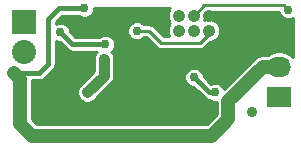
<source format=gbl>
%FSLAX46Y46*%
G04 Gerber Fmt 4.6, Leading zero omitted, Abs format (unit mm)*
G04 Created by KiCad (PCBNEW (2014-08-05 BZR 5054)-product) date 06/11/2014 16:14:12*
%MOMM*%
G01*
G04 APERTURE LIST*
%ADD10C,0.100000*%
%ADD11R,2.032000X1.727200*%
%ADD12O,2.032000X1.727200*%
%ADD13C,1.066800*%
%ADD14R,2.032000X2.032000*%
%ADD15O,2.032000X2.032000*%
%ADD16C,0.889000*%
%ADD17C,0.762000*%
%ADD18C,1.143000*%
%ADD19C,0.381000*%
%ADD20C,0.635000*%
%ADD21C,0.254000*%
%ADD22C,0.889000*%
G04 APERTURE END LIST*
D10*
D11*
X167640000Y-104140000D03*
D12*
X167640000Y-101600000D03*
X167640000Y-99060000D03*
D13*
X159131000Y-98552000D03*
X159131000Y-97282000D03*
X160401000Y-98552000D03*
X160401000Y-97282000D03*
X161671000Y-98552000D03*
X161671000Y-97282000D03*
D14*
X146050000Y-97790000D03*
D15*
X146050000Y-100330000D03*
D16*
X165354000Y-105410000D03*
X145161000Y-102108000D03*
D17*
X151130000Y-96647000D03*
X159639000Y-104013000D03*
X161671000Y-105791000D03*
X160655000Y-105918000D03*
X151003000Y-106172000D03*
X151003000Y-105156000D03*
X147955000Y-106172000D03*
X148082000Y-105283000D03*
X160909000Y-101473000D03*
X164592000Y-98552000D03*
X155575000Y-98552000D03*
X168402000Y-96774000D03*
X162179000Y-103759000D03*
X160401000Y-102489000D03*
D16*
X151384000Y-103759000D03*
X152781000Y-100965000D03*
D17*
X149098000Y-98679000D03*
X152908000Y-99695000D03*
D18*
X145669000Y-102616000D02*
X145161000Y-102108000D01*
X145669000Y-106426000D02*
X145669000Y-102616000D01*
X146685000Y-107442000D02*
X145669000Y-106426000D01*
X161925000Y-107442000D02*
X146685000Y-107442000D01*
X163322000Y-106045000D02*
X161925000Y-107442000D01*
X163322000Y-104521000D02*
X163322000Y-106045000D01*
X166243000Y-101600000D02*
X163322000Y-104521000D01*
X167640000Y-101600000D02*
X166243000Y-101600000D01*
D19*
X151130000Y-96647000D02*
X148971000Y-96647000D01*
X148971000Y-96647000D02*
X148082000Y-97536000D01*
X148082000Y-97536000D02*
X148082000Y-101346000D01*
X148082000Y-101346000D02*
X147320000Y-102108000D01*
X147320000Y-102108000D02*
X145161000Y-102108000D01*
D20*
X151003000Y-106172000D02*
X151003000Y-105156000D01*
X147955000Y-106172000D02*
X148082000Y-106045000D01*
X148082000Y-106045000D02*
X148082000Y-105283000D01*
D21*
X156591000Y-98552000D02*
X155575000Y-98552000D01*
X157607000Y-99568000D02*
X156591000Y-98552000D01*
X160909000Y-99568000D02*
X157607000Y-99568000D01*
X161671000Y-98806000D02*
X160909000Y-99568000D01*
X161671000Y-98552000D02*
X161671000Y-98806000D01*
X168402000Y-96774000D02*
X168021000Y-96393000D01*
X168021000Y-96393000D02*
X161290000Y-96393000D01*
X161290000Y-96393000D02*
X160401000Y-97282000D01*
D19*
X161163000Y-103251000D02*
X160401000Y-102489000D01*
X161163000Y-103251000D02*
X161417000Y-103505000D01*
X161671000Y-103759000D02*
X162179000Y-103759000D01*
X161417000Y-103505000D02*
X161671000Y-103759000D01*
D22*
X152781000Y-101854000D02*
X152781000Y-100965000D01*
X152781000Y-102362000D02*
X151384000Y-103759000D01*
X152781000Y-101854000D02*
X152781000Y-102362000D01*
D19*
X149098000Y-98679000D02*
X150114000Y-99695000D01*
X150114000Y-99695000D02*
X152908000Y-99695000D01*
D21*
G36*
X168783000Y-100753231D02*
X168736750Y-100684014D01*
X168316492Y-100403206D01*
X167820764Y-100304600D01*
X167459236Y-100304600D01*
X166963508Y-100403206D01*
X166673924Y-100596700D01*
X166243000Y-100596700D01*
X165859054Y-100673072D01*
X165533560Y-100890560D01*
X162943448Y-103480671D01*
X162868460Y-103299187D01*
X162640016Y-103070343D01*
X162341385Y-102946341D01*
X162018033Y-102946059D01*
X161819964Y-103027899D01*
X161603033Y-102810968D01*
X161603033Y-102810967D01*
X161603029Y-102810964D01*
X161213859Y-102421793D01*
X161213941Y-102328033D01*
X161090460Y-102029187D01*
X160862016Y-101800343D01*
X160563385Y-101676341D01*
X160240033Y-101676059D01*
X159941187Y-101799540D01*
X159712343Y-102027984D01*
X159588341Y-102326615D01*
X159588059Y-102649967D01*
X159711540Y-102948813D01*
X159939984Y-103177657D01*
X160238615Y-103301659D01*
X160333676Y-103301741D01*
X160722964Y-103691029D01*
X160722967Y-103691033D01*
X160722968Y-103691033D01*
X160976964Y-103945029D01*
X160976967Y-103945033D01*
X161230964Y-104199029D01*
X161230967Y-104199033D01*
X161432856Y-104333930D01*
X161646971Y-104376520D01*
X161717984Y-104447657D01*
X162016615Y-104571659D01*
X162318700Y-104571922D01*
X162318700Y-105629420D01*
X161509420Y-106438700D01*
X147100580Y-106438700D01*
X146672300Y-106010420D01*
X146672300Y-102730300D01*
X147319994Y-102730300D01*
X147320000Y-102730301D01*
X147320000Y-102730300D01*
X147558144Y-102682930D01*
X147760033Y-102548033D01*
X148522029Y-101786035D01*
X148522033Y-101786033D01*
X148522033Y-101786032D01*
X148656930Y-101584144D01*
X148656930Y-101584143D01*
X148664789Y-101544632D01*
X148704300Y-101346000D01*
X148704301Y-101346000D01*
X148704300Y-101345994D01*
X148704300Y-99395608D01*
X148935615Y-99491659D01*
X149030675Y-99491741D01*
X149673967Y-100135033D01*
X149875856Y-100269930D01*
X150114000Y-100317301D01*
X150114000Y-100317300D01*
X150114005Y-100317300D01*
X152189473Y-100317300D01*
X152161362Y-100345361D01*
X152161362Y-100345362D01*
X152161361Y-100345362D01*
X152038542Y-100467968D01*
X151904852Y-100789928D01*
X151904548Y-101138542D01*
X151904700Y-101138909D01*
X151904700Y-101854000D01*
X151904700Y-101999024D01*
X150764362Y-103139362D01*
X150764361Y-103139362D01*
X150641542Y-103261968D01*
X150507852Y-103583928D01*
X150507548Y-103932542D01*
X150574403Y-104094345D01*
X150574404Y-104094346D01*
X150640676Y-104254736D01*
X150764361Y-104378637D01*
X150764362Y-104378638D01*
X150886968Y-104501458D01*
X151048654Y-104568596D01*
X151208928Y-104635148D01*
X151384000Y-104635300D01*
X151557542Y-104635452D01*
X151719345Y-104568596D01*
X151719346Y-104568596D01*
X151719346Y-104568595D01*
X151879736Y-104502324D01*
X152003637Y-104378638D01*
X152003638Y-104378638D01*
X152003670Y-104378605D01*
X152126458Y-104256032D01*
X152126610Y-104255665D01*
X153400634Y-102981640D01*
X153400637Y-102981638D01*
X153400638Y-102981638D01*
X153590595Y-102697346D01*
X153590596Y-102697345D01*
X153657300Y-102362000D01*
X153657300Y-101854000D01*
X153657300Y-100965765D01*
X153657300Y-100965000D01*
X153657452Y-100791458D01*
X153590596Y-100629655D01*
X153524324Y-100469264D01*
X153403803Y-100348532D01*
X153596657Y-100156016D01*
X153720659Y-99857385D01*
X153720941Y-99534033D01*
X153597460Y-99235187D01*
X153369016Y-99006343D01*
X153070385Y-98882341D01*
X152747033Y-98882059D01*
X152448187Y-99005540D01*
X152380909Y-99072700D01*
X150371766Y-99072700D01*
X149910859Y-98611793D01*
X149910941Y-98518033D01*
X149787460Y-98219187D01*
X149559016Y-97990343D01*
X149260385Y-97866341D01*
X148937033Y-97866059D01*
X148704300Y-97962222D01*
X148704300Y-97793765D01*
X149228765Y-97269300D01*
X150602742Y-97269300D01*
X150668984Y-97335657D01*
X150967615Y-97459659D01*
X151290967Y-97459941D01*
X151589813Y-97336460D01*
X151818657Y-97108016D01*
X151942659Y-96809385D01*
X151942800Y-96647000D01*
X158400917Y-96647000D01*
X158313221Y-96734544D01*
X158165968Y-97089168D01*
X158165633Y-97473148D01*
X158312266Y-97828027D01*
X158401001Y-97916917D01*
X158313221Y-98004544D01*
X158165968Y-98359168D01*
X158165633Y-98743148D01*
X158275563Y-99009200D01*
X157838462Y-99009200D01*
X156986131Y-98156869D01*
X156804844Y-98035736D01*
X156591000Y-97993200D01*
X156165646Y-97993200D01*
X156036016Y-97863343D01*
X155737385Y-97739341D01*
X155414033Y-97739059D01*
X155115187Y-97862540D01*
X154886343Y-98090984D01*
X154762341Y-98389615D01*
X154762059Y-98712967D01*
X154885540Y-99011813D01*
X155113984Y-99240657D01*
X155412615Y-99364659D01*
X155735967Y-99364941D01*
X156034813Y-99241460D01*
X156165701Y-99110800D01*
X156359538Y-99110800D01*
X157211869Y-99963131D01*
X157393156Y-100084264D01*
X157393157Y-100084264D01*
X157607000Y-100126800D01*
X160909000Y-100126800D01*
X161122843Y-100084264D01*
X161122844Y-100084264D01*
X161304131Y-99963131D01*
X161749992Y-99517269D01*
X161862148Y-99517367D01*
X162217027Y-99370734D01*
X162488779Y-99099456D01*
X162636032Y-98744832D01*
X162636367Y-98360852D01*
X162489734Y-98005973D01*
X162218456Y-97734221D01*
X161863832Y-97586968D01*
X161479852Y-97586633D01*
X161286420Y-97666557D01*
X161366032Y-97474832D01*
X161366352Y-97106909D01*
X161521462Y-96951800D01*
X167596014Y-96951800D01*
X167712540Y-97233813D01*
X167940984Y-97462657D01*
X168239615Y-97586659D01*
X168562967Y-97586941D01*
X168783000Y-97496024D01*
X168783000Y-100753231D01*
X168783000Y-100753231D01*
G37*
X168783000Y-100753231D02*
X168736750Y-100684014D01*
X168316492Y-100403206D01*
X167820764Y-100304600D01*
X167459236Y-100304600D01*
X166963508Y-100403206D01*
X166673924Y-100596700D01*
X166243000Y-100596700D01*
X165859054Y-100673072D01*
X165533560Y-100890560D01*
X162943448Y-103480671D01*
X162868460Y-103299187D01*
X162640016Y-103070343D01*
X162341385Y-102946341D01*
X162018033Y-102946059D01*
X161819964Y-103027899D01*
X161603033Y-102810968D01*
X161603033Y-102810967D01*
X161603029Y-102810964D01*
X161213859Y-102421793D01*
X161213941Y-102328033D01*
X161090460Y-102029187D01*
X160862016Y-101800343D01*
X160563385Y-101676341D01*
X160240033Y-101676059D01*
X159941187Y-101799540D01*
X159712343Y-102027984D01*
X159588341Y-102326615D01*
X159588059Y-102649967D01*
X159711540Y-102948813D01*
X159939984Y-103177657D01*
X160238615Y-103301659D01*
X160333676Y-103301741D01*
X160722964Y-103691029D01*
X160722967Y-103691033D01*
X160722968Y-103691033D01*
X160976964Y-103945029D01*
X160976967Y-103945033D01*
X161230964Y-104199029D01*
X161230967Y-104199033D01*
X161432856Y-104333930D01*
X161646971Y-104376520D01*
X161717984Y-104447657D01*
X162016615Y-104571659D01*
X162318700Y-104571922D01*
X162318700Y-105629420D01*
X161509420Y-106438700D01*
X147100580Y-106438700D01*
X146672300Y-106010420D01*
X146672300Y-102730300D01*
X147319994Y-102730300D01*
X147320000Y-102730301D01*
X147320000Y-102730300D01*
X147558144Y-102682930D01*
X147760033Y-102548033D01*
X148522029Y-101786035D01*
X148522033Y-101786033D01*
X148522033Y-101786032D01*
X148656930Y-101584144D01*
X148656930Y-101584143D01*
X148664789Y-101544632D01*
X148704300Y-101346000D01*
X148704301Y-101346000D01*
X148704300Y-101345994D01*
X148704300Y-99395608D01*
X148935615Y-99491659D01*
X149030675Y-99491741D01*
X149673967Y-100135033D01*
X149875856Y-100269930D01*
X150114000Y-100317301D01*
X150114000Y-100317300D01*
X150114005Y-100317300D01*
X152189473Y-100317300D01*
X152161362Y-100345361D01*
X152161362Y-100345362D01*
X152161361Y-100345362D01*
X152038542Y-100467968D01*
X151904852Y-100789928D01*
X151904548Y-101138542D01*
X151904700Y-101138909D01*
X151904700Y-101854000D01*
X151904700Y-101999024D01*
X150764362Y-103139362D01*
X150764361Y-103139362D01*
X150641542Y-103261968D01*
X150507852Y-103583928D01*
X150507548Y-103932542D01*
X150574403Y-104094345D01*
X150574404Y-104094346D01*
X150640676Y-104254736D01*
X150764361Y-104378637D01*
X150764362Y-104378638D01*
X150886968Y-104501458D01*
X151048654Y-104568596D01*
X151208928Y-104635148D01*
X151384000Y-104635300D01*
X151557542Y-104635452D01*
X151719345Y-104568596D01*
X151719346Y-104568596D01*
X151719346Y-104568595D01*
X151879736Y-104502324D01*
X152003637Y-104378638D01*
X152003638Y-104378638D01*
X152003670Y-104378605D01*
X152126458Y-104256032D01*
X152126610Y-104255665D01*
X153400634Y-102981640D01*
X153400637Y-102981638D01*
X153400638Y-102981638D01*
X153590595Y-102697346D01*
X153590596Y-102697345D01*
X153657300Y-102362000D01*
X153657300Y-101854000D01*
X153657300Y-100965765D01*
X153657300Y-100965000D01*
X153657452Y-100791458D01*
X153590596Y-100629655D01*
X153524324Y-100469264D01*
X153403803Y-100348532D01*
X153596657Y-100156016D01*
X153720659Y-99857385D01*
X153720941Y-99534033D01*
X153597460Y-99235187D01*
X153369016Y-99006343D01*
X153070385Y-98882341D01*
X152747033Y-98882059D01*
X152448187Y-99005540D01*
X152380909Y-99072700D01*
X150371766Y-99072700D01*
X149910859Y-98611793D01*
X149910941Y-98518033D01*
X149787460Y-98219187D01*
X149559016Y-97990343D01*
X149260385Y-97866341D01*
X148937033Y-97866059D01*
X148704300Y-97962222D01*
X148704300Y-97793765D01*
X149228765Y-97269300D01*
X150602742Y-97269300D01*
X150668984Y-97335657D01*
X150967615Y-97459659D01*
X151290967Y-97459941D01*
X151589813Y-97336460D01*
X151818657Y-97108016D01*
X151942659Y-96809385D01*
X151942800Y-96647000D01*
X158400917Y-96647000D01*
X158313221Y-96734544D01*
X158165968Y-97089168D01*
X158165633Y-97473148D01*
X158312266Y-97828027D01*
X158401001Y-97916917D01*
X158313221Y-98004544D01*
X158165968Y-98359168D01*
X158165633Y-98743148D01*
X158275563Y-99009200D01*
X157838462Y-99009200D01*
X156986131Y-98156869D01*
X156804844Y-98035736D01*
X156591000Y-97993200D01*
X156165646Y-97993200D01*
X156036016Y-97863343D01*
X155737385Y-97739341D01*
X155414033Y-97739059D01*
X155115187Y-97862540D01*
X154886343Y-98090984D01*
X154762341Y-98389615D01*
X154762059Y-98712967D01*
X154885540Y-99011813D01*
X155113984Y-99240657D01*
X155412615Y-99364659D01*
X155735967Y-99364941D01*
X156034813Y-99241460D01*
X156165701Y-99110800D01*
X156359538Y-99110800D01*
X157211869Y-99963131D01*
X157393156Y-100084264D01*
X157393157Y-100084264D01*
X157607000Y-100126800D01*
X160909000Y-100126800D01*
X161122843Y-100084264D01*
X161122844Y-100084264D01*
X161304131Y-99963131D01*
X161749992Y-99517269D01*
X161862148Y-99517367D01*
X162217027Y-99370734D01*
X162488779Y-99099456D01*
X162636032Y-98744832D01*
X162636367Y-98360852D01*
X162489734Y-98005973D01*
X162218456Y-97734221D01*
X161863832Y-97586968D01*
X161479852Y-97586633D01*
X161286420Y-97666557D01*
X161366032Y-97474832D01*
X161366352Y-97106909D01*
X161521462Y-96951800D01*
X167596014Y-96951800D01*
X167712540Y-97233813D01*
X167940984Y-97462657D01*
X168239615Y-97586659D01*
X168562967Y-97586941D01*
X168783000Y-97496024D01*
X168783000Y-100753231D01*
M02*

</source>
